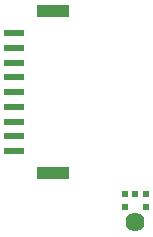
<source format=gbr>
G04 #@! TF.GenerationSoftware,KiCad,Pcbnew,5.0.1-33cea8e~67~ubuntu18.04.1*
G04 #@! TF.CreationDate,2019-01-15T14:32:31-08:00*
G04 #@! TF.ProjectId,fk-naturalist-sensors,666B2D6E61747572616C6973742D7365,rev?*
G04 #@! TF.SameCoordinates,Original*
G04 #@! TF.FileFunction,Paste,Bot*
G04 #@! TF.FilePolarity,Positive*
%FSLAX46Y46*%
G04 Gerber Fmt 4.6, Leading zero omitted, Abs format (unit mm)*
G04 Created by KiCad (PCBNEW 5.0.1-33cea8e~67~ubuntu18.04.1) date Tue 15 Jan 2019 02:32:31 PM PST*
%MOMM*%
%LPD*%
G01*
G04 APERTURE LIST*
%ADD10R,0.600000X0.522000*%
%ADD11C,1.624000*%
%ADD12R,1.700000X0.600000*%
%ADD13R,2.800000X1.000000*%
G04 APERTURE END LIST*
D10*
G04 #@! TO.C,U3*
X230620234Y-125236113D03*
X230620234Y-124153113D03*
X232420234Y-125236113D03*
X232420234Y-124153113D03*
D11*
X231520234Y-126488113D03*
D10*
X231520234Y-124153113D03*
G04 #@! TD*
D12*
G04 #@! TO.C,J1*
X221214400Y-120519200D03*
X221214400Y-119269200D03*
X221214400Y-118019200D03*
X221214400Y-116769200D03*
X221214400Y-115519200D03*
X221214400Y-114269200D03*
X221214400Y-113019200D03*
X221214400Y-111769200D03*
X221214400Y-110519200D03*
D13*
X224564400Y-122369200D03*
X224564400Y-108669200D03*
G04 #@! TD*
M02*

</source>
